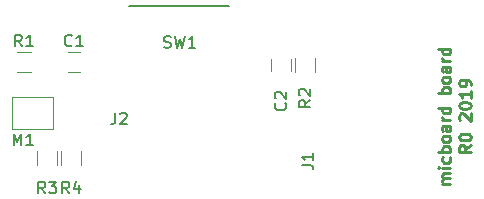
<source format=gbr>
G04 #@! TF.GenerationSoftware,KiCad,Pcbnew,(5.0.2-4-gb601aea34)*
G04 #@! TF.CreationDate,2019-09-30T13:15:35-05:00*
G04 #@! TF.ProjectId,mic switch,6d696320-7377-4697-9463-682e6b696361,rev?*
G04 #@! TF.SameCoordinates,Original*
G04 #@! TF.FileFunction,Legend,Top*
G04 #@! TF.FilePolarity,Positive*
%FSLAX46Y46*%
G04 Gerber Fmt 4.6, Leading zero omitted, Abs format (unit mm)*
G04 Created by KiCad (PCBNEW (5.0.2-4-gb601aea34)) date Monday, September 30, 2019 at 01:15:35 PM*
%MOMM*%
%LPD*%
G01*
G04 APERTURE LIST*
%ADD10C,0.250000*%
%ADD11C,0.100000*%
%ADD12C,0.150000*%
%ADD13C,0.120000*%
G04 APERTURE END LIST*
D10*
X172805380Y-99948285D02*
X172138714Y-99948285D01*
X172233952Y-99948285D02*
X172186333Y-99900666D01*
X172138714Y-99805428D01*
X172138714Y-99662571D01*
X172186333Y-99567333D01*
X172281571Y-99519714D01*
X172805380Y-99519714D01*
X172281571Y-99519714D02*
X172186333Y-99472095D01*
X172138714Y-99376857D01*
X172138714Y-99234000D01*
X172186333Y-99138761D01*
X172281571Y-99091142D01*
X172805380Y-99091142D01*
X172805380Y-98614952D02*
X172138714Y-98614952D01*
X171805380Y-98614952D02*
X171853000Y-98662571D01*
X171900619Y-98614952D01*
X171853000Y-98567333D01*
X171805380Y-98614952D01*
X171900619Y-98614952D01*
X172757761Y-97710190D02*
X172805380Y-97805428D01*
X172805380Y-97995904D01*
X172757761Y-98091142D01*
X172710142Y-98138761D01*
X172614904Y-98186380D01*
X172329190Y-98186380D01*
X172233952Y-98138761D01*
X172186333Y-98091142D01*
X172138714Y-97995904D01*
X172138714Y-97805428D01*
X172186333Y-97710190D01*
X172805380Y-97281619D02*
X171805380Y-97281619D01*
X172186333Y-97281619D02*
X172138714Y-97186380D01*
X172138714Y-96995904D01*
X172186333Y-96900666D01*
X172233952Y-96853047D01*
X172329190Y-96805428D01*
X172614904Y-96805428D01*
X172710142Y-96853047D01*
X172757761Y-96900666D01*
X172805380Y-96995904D01*
X172805380Y-97186380D01*
X172757761Y-97281619D01*
X172805380Y-96234000D02*
X172757761Y-96329238D01*
X172710142Y-96376857D01*
X172614904Y-96424476D01*
X172329190Y-96424476D01*
X172233952Y-96376857D01*
X172186333Y-96329238D01*
X172138714Y-96234000D01*
X172138714Y-96091142D01*
X172186333Y-95995904D01*
X172233952Y-95948285D01*
X172329190Y-95900666D01*
X172614904Y-95900666D01*
X172710142Y-95948285D01*
X172757761Y-95995904D01*
X172805380Y-96091142D01*
X172805380Y-96234000D01*
X172805380Y-95043523D02*
X172281571Y-95043523D01*
X172186333Y-95091142D01*
X172138714Y-95186380D01*
X172138714Y-95376857D01*
X172186333Y-95472095D01*
X172757761Y-95043523D02*
X172805380Y-95138761D01*
X172805380Y-95376857D01*
X172757761Y-95472095D01*
X172662523Y-95519714D01*
X172567285Y-95519714D01*
X172472047Y-95472095D01*
X172424428Y-95376857D01*
X172424428Y-95138761D01*
X172376809Y-95043523D01*
X172805380Y-94567333D02*
X172138714Y-94567333D01*
X172329190Y-94567333D02*
X172233952Y-94519714D01*
X172186333Y-94472095D01*
X172138714Y-94376857D01*
X172138714Y-94281619D01*
X172805380Y-93519714D02*
X171805380Y-93519714D01*
X172757761Y-93519714D02*
X172805380Y-93614952D01*
X172805380Y-93805428D01*
X172757761Y-93900666D01*
X172710142Y-93948285D01*
X172614904Y-93995904D01*
X172329190Y-93995904D01*
X172233952Y-93948285D01*
X172186333Y-93900666D01*
X172138714Y-93805428D01*
X172138714Y-93614952D01*
X172186333Y-93519714D01*
X172805380Y-92281619D02*
X171805380Y-92281619D01*
X172186333Y-92281619D02*
X172138714Y-92186380D01*
X172138714Y-91995904D01*
X172186333Y-91900666D01*
X172233952Y-91853047D01*
X172329190Y-91805428D01*
X172614904Y-91805428D01*
X172710142Y-91853047D01*
X172757761Y-91900666D01*
X172805380Y-91995904D01*
X172805380Y-92186380D01*
X172757761Y-92281619D01*
X172805380Y-91234000D02*
X172757761Y-91329238D01*
X172710142Y-91376857D01*
X172614904Y-91424476D01*
X172329190Y-91424476D01*
X172233952Y-91376857D01*
X172186333Y-91329238D01*
X172138714Y-91234000D01*
X172138714Y-91091142D01*
X172186333Y-90995904D01*
X172233952Y-90948285D01*
X172329190Y-90900666D01*
X172614904Y-90900666D01*
X172710142Y-90948285D01*
X172757761Y-90995904D01*
X172805380Y-91091142D01*
X172805380Y-91234000D01*
X172805380Y-90043523D02*
X172281571Y-90043523D01*
X172186333Y-90091142D01*
X172138714Y-90186380D01*
X172138714Y-90376857D01*
X172186333Y-90472095D01*
X172757761Y-90043523D02*
X172805380Y-90138761D01*
X172805380Y-90376857D01*
X172757761Y-90472095D01*
X172662523Y-90519714D01*
X172567285Y-90519714D01*
X172472047Y-90472095D01*
X172424428Y-90376857D01*
X172424428Y-90138761D01*
X172376809Y-90043523D01*
X172805380Y-89567333D02*
X172138714Y-89567333D01*
X172329190Y-89567333D02*
X172233952Y-89519714D01*
X172186333Y-89472095D01*
X172138714Y-89376857D01*
X172138714Y-89281619D01*
X172805380Y-88519714D02*
X171805380Y-88519714D01*
X172757761Y-88519714D02*
X172805380Y-88614952D01*
X172805380Y-88805428D01*
X172757761Y-88900666D01*
X172710142Y-88948285D01*
X172614904Y-88995904D01*
X172329190Y-88995904D01*
X172233952Y-88948285D01*
X172186333Y-88900666D01*
X172138714Y-88805428D01*
X172138714Y-88614952D01*
X172186333Y-88519714D01*
X174555380Y-96686380D02*
X174079190Y-97019714D01*
X174555380Y-97257809D02*
X173555380Y-97257809D01*
X173555380Y-96876857D01*
X173603000Y-96781619D01*
X173650619Y-96734000D01*
X173745857Y-96686380D01*
X173888714Y-96686380D01*
X173983952Y-96734000D01*
X174031571Y-96781619D01*
X174079190Y-96876857D01*
X174079190Y-97257809D01*
X173555380Y-96067333D02*
X173555380Y-95972095D01*
X173603000Y-95876857D01*
X173650619Y-95829238D01*
X173745857Y-95781619D01*
X173936333Y-95734000D01*
X174174428Y-95734000D01*
X174364904Y-95781619D01*
X174460142Y-95829238D01*
X174507761Y-95876857D01*
X174555380Y-95972095D01*
X174555380Y-96067333D01*
X174507761Y-96162571D01*
X174460142Y-96210190D01*
X174364904Y-96257809D01*
X174174428Y-96305428D01*
X173936333Y-96305428D01*
X173745857Y-96257809D01*
X173650619Y-96210190D01*
X173603000Y-96162571D01*
X173555380Y-96067333D01*
X173650619Y-94591142D02*
X173603000Y-94543523D01*
X173555380Y-94448285D01*
X173555380Y-94210190D01*
X173603000Y-94114952D01*
X173650619Y-94067333D01*
X173745857Y-94019714D01*
X173841095Y-94019714D01*
X173983952Y-94067333D01*
X174555380Y-94638761D01*
X174555380Y-94019714D01*
X173555380Y-93400666D02*
X173555380Y-93305428D01*
X173603000Y-93210190D01*
X173650619Y-93162571D01*
X173745857Y-93114952D01*
X173936333Y-93067333D01*
X174174428Y-93067333D01*
X174364904Y-93114952D01*
X174460142Y-93162571D01*
X174507761Y-93210190D01*
X174555380Y-93305428D01*
X174555380Y-93400666D01*
X174507761Y-93495904D01*
X174460142Y-93543523D01*
X174364904Y-93591142D01*
X174174428Y-93638761D01*
X173936333Y-93638761D01*
X173745857Y-93591142D01*
X173650619Y-93543523D01*
X173603000Y-93495904D01*
X173555380Y-93400666D01*
X174555380Y-92114952D02*
X174555380Y-92686380D01*
X174555380Y-92400666D02*
X173555380Y-92400666D01*
X173698238Y-92495904D01*
X173793476Y-92591142D01*
X173841095Y-92686380D01*
X174555380Y-91638761D02*
X174555380Y-91448285D01*
X174507761Y-91353047D01*
X174460142Y-91305428D01*
X174317285Y-91210190D01*
X174126809Y-91162571D01*
X173745857Y-91162571D01*
X173650619Y-91210190D01*
X173603000Y-91257809D01*
X173555380Y-91353047D01*
X173555380Y-91543523D01*
X173603000Y-91638761D01*
X173650619Y-91686380D01*
X173745857Y-91734000D01*
X173983952Y-91734000D01*
X174079190Y-91686380D01*
X174126809Y-91638761D01*
X174174428Y-91543523D01*
X174174428Y-91353047D01*
X174126809Y-91257809D01*
X174079190Y-91210190D01*
X173983952Y-91162571D01*
D11*
G04 #@! TO.C,M1*
X139224000Y-92655000D02*
X139224000Y-95305000D01*
X139224000Y-95305000D02*
X135724000Y-95305000D01*
X135724000Y-95305000D02*
X135724000Y-92655000D01*
X135724000Y-92655000D02*
X139224000Y-92655000D01*
D12*
G04 #@! TO.C,SW1*
X145605500Y-84886800D02*
X154114500Y-84886800D01*
D13*
G04 #@! TO.C,C1*
X141454000Y-88812000D02*
X140454000Y-88812000D01*
X140454000Y-90512000D02*
X141454000Y-90512000D01*
G04 #@! TO.C,C2*
X157646000Y-89416000D02*
X157646000Y-90416000D01*
X159346000Y-90416000D02*
X159346000Y-89416000D01*
G04 #@! TO.C,R1*
X137318000Y-90542000D02*
X136118000Y-90542000D01*
X136118000Y-88782000D02*
X137318000Y-88782000D01*
G04 #@! TO.C,R2*
X161408000Y-89316000D02*
X161408000Y-90516000D01*
X159648000Y-90516000D02*
X159648000Y-89316000D01*
G04 #@! TO.C,R3*
X137804000Y-98390000D02*
X137804000Y-97190000D01*
X139564000Y-97190000D02*
X139564000Y-98390000D01*
G04 #@! TO.C,R4*
X139836000Y-98390000D02*
X139836000Y-97190000D01*
X141596000Y-97190000D02*
X141596000Y-98390000D01*
G04 #@! TO.C,M1*
D12*
X135842476Y-96718380D02*
X135842476Y-95718380D01*
X136175809Y-96432666D01*
X136509142Y-95718380D01*
X136509142Y-96718380D01*
X137509142Y-96718380D02*
X136937714Y-96718380D01*
X137223428Y-96718380D02*
X137223428Y-95718380D01*
X137128190Y-95861238D01*
X137032952Y-95956476D01*
X136937714Y-96004095D01*
G04 #@! TO.C,J2*
X144446666Y-93940380D02*
X144446666Y-94654666D01*
X144399047Y-94797523D01*
X144303809Y-94892761D01*
X144160952Y-94940380D01*
X144065714Y-94940380D01*
X144875238Y-94035619D02*
X144922857Y-93988000D01*
X145018095Y-93940380D01*
X145256190Y-93940380D01*
X145351428Y-93988000D01*
X145399047Y-94035619D01*
X145446666Y-94130857D01*
X145446666Y-94226095D01*
X145399047Y-94368952D01*
X144827619Y-94940380D01*
X145446666Y-94940380D01*
G04 #@! TO.C,SW1*
X148577466Y-88415761D02*
X148720323Y-88463380D01*
X148958419Y-88463380D01*
X149053657Y-88415761D01*
X149101276Y-88368142D01*
X149148895Y-88272904D01*
X149148895Y-88177666D01*
X149101276Y-88082428D01*
X149053657Y-88034809D01*
X148958419Y-87987190D01*
X148767942Y-87939571D01*
X148672704Y-87891952D01*
X148625085Y-87844333D01*
X148577466Y-87749095D01*
X148577466Y-87653857D01*
X148625085Y-87558619D01*
X148672704Y-87511000D01*
X148767942Y-87463380D01*
X149006038Y-87463380D01*
X149148895Y-87511000D01*
X149482228Y-87463380D02*
X149720323Y-88463380D01*
X149910800Y-87749095D01*
X150101276Y-88463380D01*
X150339371Y-87463380D01*
X151244133Y-88463380D02*
X150672704Y-88463380D01*
X150958419Y-88463380D02*
X150958419Y-87463380D01*
X150863180Y-87606238D01*
X150767942Y-87701476D01*
X150672704Y-87749095D01*
G04 #@! TO.C,C1*
X140787333Y-88241142D02*
X140739714Y-88288761D01*
X140596857Y-88336380D01*
X140501619Y-88336380D01*
X140358761Y-88288761D01*
X140263523Y-88193523D01*
X140215904Y-88098285D01*
X140168285Y-87907809D01*
X140168285Y-87764952D01*
X140215904Y-87574476D01*
X140263523Y-87479238D01*
X140358761Y-87384000D01*
X140501619Y-87336380D01*
X140596857Y-87336380D01*
X140739714Y-87384000D01*
X140787333Y-87431619D01*
X141739714Y-88336380D02*
X141168285Y-88336380D01*
X141454000Y-88336380D02*
X141454000Y-87336380D01*
X141358761Y-87479238D01*
X141263523Y-87574476D01*
X141168285Y-87622095D01*
G04 #@! TO.C,C2*
X158853142Y-93130666D02*
X158900761Y-93178285D01*
X158948380Y-93321142D01*
X158948380Y-93416380D01*
X158900761Y-93559238D01*
X158805523Y-93654476D01*
X158710285Y-93702095D01*
X158519809Y-93749714D01*
X158376952Y-93749714D01*
X158186476Y-93702095D01*
X158091238Y-93654476D01*
X157996000Y-93559238D01*
X157948380Y-93416380D01*
X157948380Y-93321142D01*
X157996000Y-93178285D01*
X158043619Y-93130666D01*
X158043619Y-92749714D02*
X157996000Y-92702095D01*
X157948380Y-92606857D01*
X157948380Y-92368761D01*
X157996000Y-92273523D01*
X158043619Y-92225904D01*
X158138857Y-92178285D01*
X158234095Y-92178285D01*
X158376952Y-92225904D01*
X158948380Y-92797333D01*
X158948380Y-92178285D01*
G04 #@! TO.C,R1*
X136551333Y-88336380D02*
X136218000Y-87860190D01*
X135979904Y-88336380D02*
X135979904Y-87336380D01*
X136360857Y-87336380D01*
X136456095Y-87384000D01*
X136503714Y-87431619D01*
X136551333Y-87526857D01*
X136551333Y-87669714D01*
X136503714Y-87764952D01*
X136456095Y-87812571D01*
X136360857Y-87860190D01*
X135979904Y-87860190D01*
X137503714Y-88336380D02*
X136932285Y-88336380D01*
X137218000Y-88336380D02*
X137218000Y-87336380D01*
X137122761Y-87479238D01*
X137027523Y-87574476D01*
X136932285Y-87622095D01*
G04 #@! TO.C,R2*
X160980380Y-92876666D02*
X160504190Y-93210000D01*
X160980380Y-93448095D02*
X159980380Y-93448095D01*
X159980380Y-93067142D01*
X160028000Y-92971904D01*
X160075619Y-92924285D01*
X160170857Y-92876666D01*
X160313714Y-92876666D01*
X160408952Y-92924285D01*
X160456571Y-92971904D01*
X160504190Y-93067142D01*
X160504190Y-93448095D01*
X160075619Y-92495714D02*
X160028000Y-92448095D01*
X159980380Y-92352857D01*
X159980380Y-92114761D01*
X160028000Y-92019523D01*
X160075619Y-91971904D01*
X160170857Y-91924285D01*
X160266095Y-91924285D01*
X160408952Y-91971904D01*
X160980380Y-92543333D01*
X160980380Y-91924285D01*
G04 #@! TO.C,R3*
X138517333Y-100782380D02*
X138184000Y-100306190D01*
X137945904Y-100782380D02*
X137945904Y-99782380D01*
X138326857Y-99782380D01*
X138422095Y-99830000D01*
X138469714Y-99877619D01*
X138517333Y-99972857D01*
X138517333Y-100115714D01*
X138469714Y-100210952D01*
X138422095Y-100258571D01*
X138326857Y-100306190D01*
X137945904Y-100306190D01*
X138850666Y-99782380D02*
X139469714Y-99782380D01*
X139136380Y-100163333D01*
X139279238Y-100163333D01*
X139374476Y-100210952D01*
X139422095Y-100258571D01*
X139469714Y-100353809D01*
X139469714Y-100591904D01*
X139422095Y-100687142D01*
X139374476Y-100734761D01*
X139279238Y-100782380D01*
X138993523Y-100782380D01*
X138898285Y-100734761D01*
X138850666Y-100687142D01*
G04 #@! TO.C,J1*
X160234380Y-98377333D02*
X160948666Y-98377333D01*
X161091523Y-98424952D01*
X161186761Y-98520190D01*
X161234380Y-98663047D01*
X161234380Y-98758285D01*
X161234380Y-97377333D02*
X161234380Y-97948761D01*
X161234380Y-97663047D02*
X160234380Y-97663047D01*
X160377238Y-97758285D01*
X160472476Y-97853523D01*
X160520095Y-97948761D01*
G04 #@! TO.C,R4*
X140549333Y-100782380D02*
X140216000Y-100306190D01*
X139977904Y-100782380D02*
X139977904Y-99782380D01*
X140358857Y-99782380D01*
X140454095Y-99830000D01*
X140501714Y-99877619D01*
X140549333Y-99972857D01*
X140549333Y-100115714D01*
X140501714Y-100210952D01*
X140454095Y-100258571D01*
X140358857Y-100306190D01*
X139977904Y-100306190D01*
X141406476Y-100115714D02*
X141406476Y-100782380D01*
X141168380Y-99734761D02*
X140930285Y-100449047D01*
X141549333Y-100449047D01*
G04 #@! TD*
M02*

</source>
